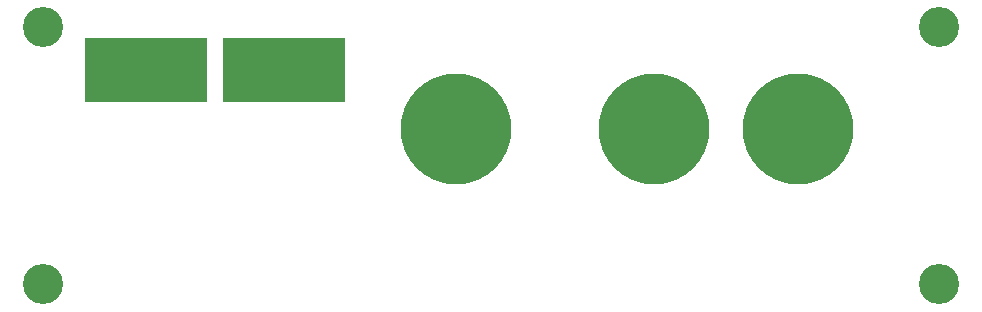
<source format=gbr>
G04 #@! TF.FileFunction,Soldermask,Bot*
%FSLAX46Y46*%
G04 Gerber Fmt 4.6, Leading zero omitted, Abs format (unit mm)*
G04 Created by KiCad (PCBNEW 4.0.6) date Sunday, 17 September 2017 'AMt' 11:46:35*
%MOMM*%
%LPD*%
G01*
G04 APERTURE LIST*
%ADD10C,0.100000*%
%ADD11C,9.400000*%
%ADD12C,3.400000*%
%ADD13R,10.400000X5.400000*%
G04 APERTURE END LIST*
D10*
D11*
X138500000Y-82250000D03*
X155250000Y-82250000D03*
D12*
X179400000Y-73600000D03*
X179400000Y-95400000D03*
X103600000Y-95400000D03*
X103600000Y-73600000D03*
D13*
X112250000Y-77250000D03*
X124000000Y-77250000D03*
D11*
X167500000Y-82250000D03*
M02*

</source>
